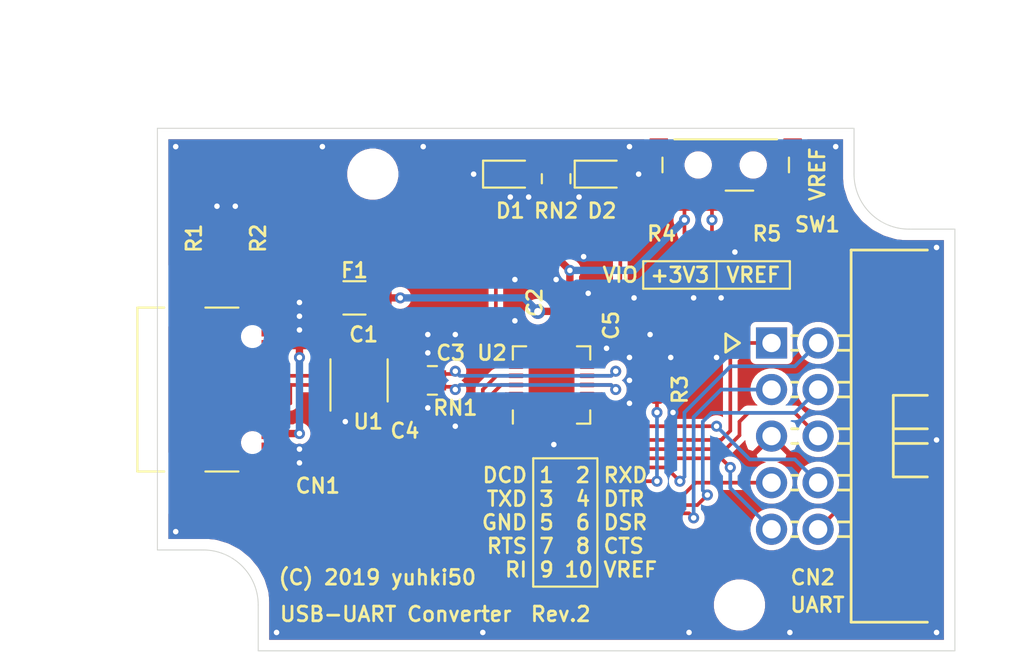
<source format=kicad_pcb>
(kicad_pcb (version 20221018) (generator pcbnew)
  (title_block (title "USB UART") (date "2019-12-30") (rev "2"))
  (layers (0 "F.Cu" signal) (31 "B.Cu" signal) (34 "B.Paste" user) (35 "F.Paste" user) (36 "B.SilkS" user "B.Silkscreen") (37 "F.SilkS" user "F.Silkscreen") (38 "B.Mask" user) (39 "F.Mask" user) (44 "Edge.Cuts" user))
  (net 0 "")
  (net 1 "GND")
  (net 2 "VBUS")
  (net 3 "Net-(C3-Pad1)")
  (net 4 "+3V3")
  (net 5 "Net-(CN1-PadA4)")
  (net 6 "Net-(CN1-PadB5)")
  (net 7 "Net-(CN1-PadA5)")
  (net 8 "RTS")
  (net 9 "DTR")
  (net 10 "TXD")
  (net 11 "RXD")
  (net 12 "Net-(D1-Pad2)")
  (net 13 "Net-(D1-Pad1)")
  (net 14 "Net-(D2-Pad2)")
  (net 15 "Net-(D2-Pad1)")
  (net 16 "VCCIO")
  (net 17 "Net-(CN2-Pad10)")
  (net 18 "RI")
  (net 19 "CTS")
  (net 20 "DSR")
  (net 21 "DCD")
  (net 22 "Net-(C4-Pad1)")
  (net 23 "Net-(R3-Pad2)")
  (net 24 "Net-(RN1-Pad1)")
  (net 25 "Net-(RN1-Pad2)")
  (net 26 "Net-(CN1-PadA8)")
  (net 27 "Net-(CN1-PadB8)")
  (net 28 "Net-(U2-Pad16)")
  (net 29 "Net-(U2-Pad15)")
  (footprint "MountingHole:MountingHole_2.2mm_M2" (layer "F.Cu") (at 121.75 72.5)
    (fp_text reference "H1" hide)
    (fp_text value "MountingHole")
    (pad "" np_thru_hole circle (at 0 0) (size 2.2 2.2) (drill 2.2) (layers "*.Cu" "*.Mask"))
  )
  (footprint "Resistor_SMD:R_Array_Convex_2x0402" (layer "F.Cu") (at 125 83.75 180)
    (fp_text reference "RN1" (at -1.25 -1.5 180) (layer "F.SilkS") (effects (font (size 0.8 0.8))))
    (fp_text value "27")
    (fp_line (start 0.25 -0.78) (end -0.25 -0.78) (stroke (width 0.12)) (layer "F.SilkS"))
    (fp_line (start 0.25 0.78) (end -0.25 0.78) (stroke (width 0.12)) (layer "F.SilkS"))
    (pad "1" smd rect (at -0.5 -0.35 180) (size 0.5 0.4) (layers "F.Cu" "F.Paste" "F.Mask") (net 24 "Net-(RN1-Pad1)"))
    (pad "2" smd rect (at -0.5 0.35 180) (size 0.5 0.4) (layers "F.Cu" "F.Paste" "F.Mask") (net 25 "Net-(RN1-Pad2)"))
    (pad "3" smd rect (at 0.5 0.35 180) (size 0.5 0.4) (layers "F.Cu" "F.Paste" "F.Mask") (net 3 "Net-(C3-Pad1)"))
    (pad "4" smd rect (at 0.5 -0.35 180) (size 0.5 0.4) (layers "F.Cu" "F.Paste" "F.Mask") (net 22 "Net-(C4-Pad1)"))
  )
  (footprint "MountingHole:MountingHole_2.2mm_M2" (layer "F.Cu") (at 141.75 96)
    (fp_text reference "H2" hide)
    (fp_text value "MountingHole")
    (pad "" np_thru_hole circle (at 0 0) (size 2.2 2.2) (drill 2.2) (layers "*.Cu" "*.Mask"))
  )
  (footprint "LED_SMD:LED_0603_1608Metric" (layer "F.Cu") (at 134.25 72.5)
    (fp_text reference "D2" (at 0 2) (layer "F.SilkS") (effects (font (size 0.8 0.8))))
    (fp_text value "LTST-S270KGKT")
    (fp_line (start -1.485 -0.735) (end -1.485 0.735) (stroke (width 0.12)) (layer "F.SilkS"))
    (fp_line (start -1.485 0.735) (end 0.8 0.735) (stroke (width 0.12)) (layer "F.SilkS"))
    (fp_line (start 0.8 -0.735) (end -1.485 -0.735) (stroke (width 0.12)) (layer "F.SilkS"))
    (pad "1" smd roundrect (at -0.7875 0) (size 0.875 0.95) (layers "F.Cu" "F.Paste" "F.Mask") (net 15 "Net-(D2-Pad1)"))
    (pad "2" smd roundrect (at 0.7875 0) (size 0.875 0.95) (layers "F.Cu" "F.Paste" "F.Mask") (net 14 "Net-(D2-Pad2)"))
  )
  (footprint "LED_SMD:LED_0603_1608Metric" (layer "F.Cu") (at 129.25 72.5)
    (fp_text reference "D1" (at 0 2) (layer "F.SilkS") (effects (font (size 0.8 0.8))))
    (fp_text value "LTST-S270KRKT")
    (fp_line (start -1.485 -0.735) (end -1.485 0.735) (stroke (width 0.12)) (layer "F.SilkS"))
    (fp_line (start -1.485 0.735) (end 0.8 0.735) (stroke (width 0.12)) (layer "F.SilkS"))
    (fp_line (start 0.8 -0.735) (end -1.485 -0.735) (stroke (width 0.12)) (layer "F.SilkS"))
    (pad "1" smd roundrect (at -0.7875 0) (size 0.875 0.95) (layers "F.Cu" "F.Paste" "F.Mask") (net 13 "Net-(D1-Pad1)"))
    (pad "2" smd roundrect (at 0.7875 0) (size 0.875 0.95) (layers "F.Cu" "F.Paste" "F.Mask") (net 12 "Net-(D1-Pad2)"))
  )
  (footprint "Capacitor_SMD:C_0402_1005Metric" (layer "F.Cu") (at 123.5 84.75 -90)
    (fp_text reference "C4" (at 1.75 0) (layer "F.SilkS") (effects (font (size 0.8 0.8))))
    (fp_text value "47pF")
    (pad "1" smd roundrect (at -0.485 0 270) (size 0.59 0.64) (layers "F.Cu" "F.Paste" "F.Mask") (net 22 "Net-(C4-Pad1)"))
    (pad "2" smd roundrect (at 0.485 0 270) (size 0.59 0.64) (layers "F.Cu" "F.Paste" "F.Mask") (net 1 "GND"))
  )
  (footprint "Package_DFN_QFN:QFN-20-1EP_4x4mm_P0.5mm_EP2.5x2.5mm" (layer "F.Cu") (at 131.5 84 90)
    (fp_text reference "U2" (at 1.75 -3.25 180) (layer "F.SilkS") (effects (font (size 0.8 0.8))))
    (fp_text value "FT231XQ")
    (fp_line (start -2.11 2.11) (end -2.11 1.385) (stroke (width 0.12)) (layer "F.SilkS"))
    (fp_line (start -1.385 -2.11) (end -2.11 -2.11) (stroke (width 0.12)) (layer "F.SilkS"))
    (fp_line (start -1.385 2.11) (end -2.11 2.11) (stroke (width 0.12)) (layer "F.SilkS"))
    (fp_line (start 1.385 -2.11) (end 2.11 -2.11) (stroke (width 0.12)) (layer "F.SilkS"))
    (fp_line (start 1.385 2.11) (end 2.11 2.11) (stroke (width 0.12)) (layer "F.SilkS"))
    (fp_line (start 2.11 -2.11) (end 2.11 -1.385) (stroke (width 0.12)) (layer "F.SilkS"))
    (fp_line (start 2.11 2.11) (end 2.11 1.385) (stroke (width 0.12)) (layer "F.SilkS"))
    (pad "1" smd roundrect (at -1.9375 -1 90) (size 0.825 0.25) (layers "F.Cu" "F.Paste" "F.Mask") (net 11 "RXD"))
    (pad "2" smd roundrect (at -1.9375 -0.5 90) (size 0.825 0.25) (layers "F.Cu" "F.Paste" "F.Mask") (net 18 "RI"))
    (pad "3" smd roundrect (at -1.9375 0 90) (size 0.825 0.25) (layers "F.Cu" "F.Paste" "F.Mask") (net 1 "GND"))
    (pad "4" smd roundrect (at -1.9375 0.5 90) (size 0.825 0.25) (layers "F.Cu" "F.Paste" "F.Mask") (net 20 "DSR"))
    (pad "5" smd roundrect (at -1.9375 1 90) (size 0.825 0.25) (layers "F.Cu" "F.Paste" "F.Mask") (net 21 "DCD"))
    (pad "6" smd roundrect (at -1 1.9375 90) (size 0.25 0.825) (layers "F.Cu" "F.Paste" "F.Mask") (net 19 "CTS"))
    (pad "7" smd roundrect (at -0.5 1.9375 90) (size 0.25 0.825) (layers "F.Cu" "F.Paste" "F.Mask") (net 15 "Net-(D2-Pad1)"))
    (pad "8" smd roundrect (at 0 1.9375 90) (size 0.25 0.825) (layers "F.Cu" "F.Paste" "F.Mask") (net 24 "Net-(RN1-Pad1)"))
    (pad "9" smd roundrect (at 0.5 1.9375 90) (size 0.25 0.825) (layers "F.Cu" "F.Paste" "F.Mask") (net 25 "Net-(RN1-Pad2)"))
    (pad "10" smd roundrect (at 1 1.9375 90) (size 0.25 0.825) (layers "F.Cu" "F.Paste" "F.Mask") (net 4 "+3V3"))
    (pad "11" smd roundrect (at 1.9375 1 90) (size 0.825 0.25) (layers "F.Cu" "F.Paste" "F.Mask") (net 4 "+3V3"))
    (pad "12" smd roundrect (at 1.9375 0.5 90) (size 0.825 0.25) (layers "F.Cu" "F.Paste" "F.Mask") (net 2 "VBUS"))
    (pad "13" smd roundrect (at 1.9375 0 90) (size 0.825 0.25) (layers "F.Cu" "F.Paste" "F.Mask") (net 1 "GND"))
    (pad "14" smd roundrect (at 1.9375 -0.5 90) (size 0.825 0.25) (layers "F.Cu" "F.Paste" "F.Mask") (net 13 "Net-(D1-Pad1)"))
    (pad "15" smd roundrect (at 1.9375 -1 90) (size 0.825 0.25) (layers "F.Cu" "F.Paste" "F.Mask") (net 29 "Net-(U2-Pad15)"))
    (pad "16" smd roundrect (at 1 -1.9375 90) (size 0.25 0.825) (layers "F.Cu" "F.Paste" "F.Mask") (net 28 "Net-(U2-Pad16)"))
    (pad "17" smd roundrect (at 0.5 -1.9375 90) (size 0.25 0.825) (layers "F.Cu" "F.Paste" "F.Mask") (net 10 "TXD"))
    (pad "18" smd roundrect (at 0 -1.9375 90) (size 0.25 0.825) (layers "F.Cu" "F.Paste" "F.Mask") (net 9 "DTR"))
    (pad "19" smd roundrect (at -0.5 -1.9375 90) (size 0.25 0.825) (layers "F.Cu" "F.Paste" "F.Mask") (net 8 "RTS"))
    (pad "20" smd roundrect (at -1 -1.9375 90) (size 0.25 0.825) (layers "F.Cu" "F.Paste" "F.Mask") (net 16 "VCCIO"))
    (pad "21" smd roundrect (at 0 0 90) (size 2.5 2.5) (layers "F.Cu" "F.Mask") (roundrect_rratio 0.1) (net 1 "GND"))
  )
  (footprint "Capacitor_SMD:C_0402_1005Metric" (layer "F.Cu") (at 123 81.25)
    (fp_text reference "C1" (at -1.75 0 180) (layer "F.SilkS") (effects (font (size 0.8 0.8))))
    (fp_text value "0.1uF")
    (pad "1" smd roundrect (at -0.485 0) (size 0.59 0.64) (layers "F.Cu" "F.Paste" "F.Mask") (net 2 "VBUS"))
    (pad "2" smd roundrect (at 0.485 0) (size 0.59 0.64) (layers "F.Cu" "F.Paste" "F.Mask") (net 1 "GND"))
  )
  (footprint "Capacitor_SMD:C_0402_1005Metric" (layer "F.Cu") (at 123.5 82.75 90)
    (fp_text reference "C3" (at 0.5 2.5) (layer "F.SilkS") (effects (font (size 0.8 0.8))))
    (fp_text value "47pF")
    (pad "1" smd roundrect (at -0.485 0 90) (size 0.59 0.64) (layers "F.Cu" "F.Paste" "F.Mask") (net 3 "Net-(C3-Pad1)"))
    (pad "2" smd roundrect (at 0.485 0 90) (size 0.59 0.64) (layers "F.Cu" "F.Paste" "F.Mask") (net 1 "GND"))
  )
  (footprint "GCT:USB4110-GF-A" (layer "F.Cu") (at 113.75 84.25 -90)
    (fp_text reference "CN1" (at 5.25 -5 180) (layer "F.SilkS") (effects (font (size 0.8 0.8))))
    (fp_text value "USB4110-GF-A")
    (fp_line (start -4.47 -0.67) (end -4.47 1.13) (stroke (width 0.12)) (layer "F.SilkS"))
    (fp_line (start -4.47 4.84) (end -4.47 3.38) (stroke (width 0.12)) (layer "F.SilkS"))
    (fp_line (start 4.47 -0.67) (end 4.47 1.13) (stroke (width 0.12)) (layer "F.SilkS"))
    (fp_line (start 4.47 4.84) (end -4.47 4.84) (stroke (width 0.12)) (layer "F.SilkS"))
    (fp_line (start 4.47 4.84) (end 4.47 3.38) (stroke (width 0.12)) (layer "F.SilkS"))
    (pad "" np_thru_hole circle (at -2.89 -1.435 270) (size 0.65 0.65) (drill 0.65) (layers "*.Cu" "*.Mask"))
    (pad "" np_thru_hole circle (at 2.89 -1.435 270) (size 0.65 0.65) (drill 0.65) (layers "*.Cu" "*.Mask"))
    (pad "A1" smd rect (at -3.2 -2.51 270) (size 0.6 1.15) (layers "F.Cu" "F.Paste" "F.Mask") (net 1 "GND"))
    (pad "A4" smd rect (at -2.4 -2.51 270) (size 0.6 1.15) (layers "F.Cu" "F.Paste" "F.Mask") (net 5 "Net-(CN1-PadA4)"))
    (pad "A5" smd rect (at -1.25 -2.51 90) (size 0.3 1.15) (layers "F.Cu" "F.Paste" "F.Mask") (net 7 "Net-(CN1-PadA5)"))
    (pad "A6" smd rect (at -0.25 -2.51 90) (size 0.3 1.15) (layers "F.Cu" "F.Paste" "F.Mask") (net 22 "Net-(C4-Pad1)"))
    (pad "A7" smd rect (at 0.25 -2.51 90) (size 0.3 1.15) (layers "F.Cu" "F.Paste" "F.Mask") (net 3 "Net-(C3-Pad1)"))
    (pad "A8" smd rect (at 1.25 -2.51 90) (size 0.3 1.15) (layers "F.Cu" "F.Paste" "F.Mask") (net 26 "Net-(CN1-PadA8)"))
    (pad "A9" smd rect (at 2.4 -2.51 270) (size 0.6 1.15) (layers "F.Cu" "F.Paste" "F.Mask") (net 5 "Net-(CN1-PadA4)"))
    (pad "A12" smd rect (at 3.2 -2.51 270) (size 0.6 1.15) (layers "F.Cu" "F.Paste" "F.Mask") (net 1 "GND"))
    (pad "B1" smd rect (at 3.2 -2.51 270) (size 0.6 1.15) (layers "F.Cu" "F.Paste" "F.Mask") (net 1 "GND"))
    (pad "B4" smd rect (at 2.4 -2.51 270) (size 0.6 1.15) (layers "F.Cu" "F.Paste" "F.Mask") (net 5 "Net-(CN1-PadA4)"))
    (pad "B5" smd rect (at 1.75 -2.51 90) (size 0.3 1.15) (layers "F.Cu" "F.Paste" "F.Mask") (net 6 "Net-(CN1-PadB5)"))
    (pad "B6" smd rect (at 0.75 -2.51 90) (size 0.3 1.15) (layers "F.Cu" "F.Paste" "F.Mask") (net 22 "Net-(C4-Pad1)"))
    (pad "B7" smd rect (at -0.75 -2.51 90) (size 0.3 1.15) (layers "F.Cu" "F.Paste" "F.Mask") (net 3 "Net-(C3-Pad1)"))
    (pad "B8" smd rect (at -1.75 -2.51 90) (size 0.3 1.15) (layers "F.Cu" "F.Paste" "F.Mask") (net 27 "Net-(CN1-PadB8)"))
    (pad "B9" smd rect (at -2.4 -2.51 270) (size 0.6 1.15) (layers "F.Cu" "F.Paste" "F.Mask") (net 5 "Net-(CN1-PadA4)"))
    (pad "B12" smd rect (at -3.2 -2.51 270) (size 0.6 1.15) (layers "F.Cu" "F.Paste" "F.Mask") (net 1 "GND"))
    (pad "S1" smd rect (at -5.11 -1.935 270) (size 2.18 2) (layers "F.Cu" "F.Paste" "F.Mask") (net 1 "GND"))
    (pad "S1" smd rect (at -5.11 1.995 270) (size 2.18 2) (layers "F.Cu" "F.Paste" "F.Mask") (net 1 "GND"))
    (pad "S1" smd rect (at 5.11 -1.935 270) (size 2.18 2) (layers "F.Cu" "F.Paste" "F.Mask") (net 1 "GND"))
    (pad "S1" smd rect (at 5.11 1.995 270) (size 2.18 2) (layers "F.Cu" "F.Paste" "F.Mask") (net 1 "GND"))
  )
  (footprint "Resistor_SMD:R_0402_1005Metric" (layer "F.Cu") (at 139.5 76 180)
    (fp_text reference "R4" (at 2 0.25) (layer "F.SilkS") (effects (font (size 0.8 0.8))))
    (fp_text value "DNP")
    (pad "1" smd roundrect (at -0.485 0 180) (size 0.59 0.64) (layers "F.Cu" "F.Paste" "F.Mask") (net 23 "Net-(R3-Pad2)"))
    (pad "2" smd roundrect (at 0.485 0 180) (size 0.59 0.64) (layers "F.Cu" "F.Paste" "F.Mask") (net 4 "+3V3"))
  )
  (footprint "Resistor_SMD:R_0402_1005Metric" (layer "F.Cu") (at 141.5 76)
    (fp_text reference "R5" (at 1.75 -0.25) (layer "F.SilkS") (effects (font (size 0.8 0.8))))
    (fp_text value "DNP")
    (pad "1" smd roundrect (at -0.485 0) (size 0.59 0.64) (layers "F.Cu" "F.Paste" "F.Mask") (net 23 "Net-(R3-Pad2)"))
    (pad "2" smd roundrect (at 0.485 0) (size 0.59 0.64) (layers "F.Cu" "F.Paste" "F.Mask") (net 17 "Net-(CN2-Pad10)"))
  )
  (footprint "3M:30310-5002HB" (layer "F.Cu") (at 143.5 81.71 -90)
    (fp_text reference "CN2" (at 12.79 -2.25) (layer "F.SilkS") (effects (font (size 0.8 0.8))))
    (fp_text value "30310-5002HB")
    (fp_line (start -5.07 -4.34) (end -5.07 -8.5) (stroke (width 0.15)) (layer "F.SilkS"))
    (fp_line (start -0.5 2.5) (end 0 1.75) (stroke (width 0.15)) (layer "F.SilkS"))
    (fp_line (start -0.4 -3.64) (end -0.4 -4.34) (stroke (width 0.15)) (layer "F.SilkS"))
    (fp_line (start -0.4 -1.1) (end -0.4 -1.44) (stroke (width 0.15)) (layer "F.SilkS"))
    (fp_line (start 0 1.75) (end 0.5 2.5) (stroke (width 0.15)) (layer "F.SilkS"))
    (fp_line (start 0.4 -3.64) (end 0.4 -4.34) (stroke (width 0.15)) (layer "F.SilkS"))
    (fp_line (start 0.4 -1.1) (end 0.4 -1.44) (stroke (width 0.15)) (layer "F.SilkS"))
    (fp_line (start 0.5 2.5) (end -0.5 2.5) (stroke (width 0.15)) (layer "F.SilkS"))
    (fp_line (start 2.14 -3.64) (end 2.14 -4.34) (stroke (width 0.15)) (layer "F.SilkS"))
    (fp_line (start 2.14 -1.1) (end 2.14 -1.44) (stroke (width 0.15)) (layer "F.SilkS"))
    (fp_line (start 2.855 -8.5) (end 2.855 -6.64) (stroke (width 0.15)) (layer "F.SilkS"))
    (fp_line (start 2.855 -6.64) (end 7.305 -6.64) (stroke (width 0.15)) (layer "F.SilkS"))
    (fp_line (start 2.94 -3.64) (end 2.94 -4.34) (stroke (width 0.15)) (layer "F.SilkS"))
    (fp_line (start 2.94 -1.1) (end 2.94 -1.44) (stroke (width 0.15)) (layer "F.SilkS"))
    (fp_line (start 4.68 -6.64) (end 4.68 -8.5) (stroke (width 0.15)) (layer "F.SilkS"))
    (fp_line (start 4.68 -3.64) (end 4.68 -4.34) (stroke (width 0.15)) (layer "F.SilkS"))
    (fp_line (start 4.68 -1.1) (end 4.68 -1.44) (stroke (width 0.15)) (layer "F.SilkS"))
    (fp_line (start 5.48 -8.5) (end 5.48 -6.64) (stroke (width 0.15)) (layer "F.SilkS"))
    (fp_line (start 5.48 -3.64) (end 5.48 -4.34) (stroke (width 0.15)) (layer "F.SilkS"))
    (fp_line (start 5.48 -1.1) (end 5.48 -1.44) (stroke (width 0.15)) (layer "F.SilkS"))
    (fp_line (start 7.22 -3.64) (end 7.22 -4.34) (stroke (width 0.15)) (layer "F.SilkS"))
    (fp_line (start 7.22 -1.1) (end 7.22 -1.44) (stroke (width 0.15)) (layer "F.SilkS"))
    (fp_line (start 7.305 -6.64) (end 7.305 -8.5) (stroke (width 0.15)) (layer "F.SilkS"))
    (fp_line (start 8.02 -3.64) (end 8.02 -4.34) (stroke (width 0.15)) (layer "F.SilkS"))
    (fp_line (start 8.02 -1.1) (end 8.02 -1.44) (stroke (width 0.15)) (layer "F.SilkS"))
    (fp_line (start 9.76 -3.64) (end 9.76 -4.34) (stroke (width 0.15)) (layer "F.SilkS"))
    (fp_line (start 9.76 -1.1) (end 9.76 -1.44) (stroke (width 0.15)) (layer "F.SilkS"))
    (fp_line (start 10.56 -3.64) (end 10.56 -4.34) (stroke (width 0.15)) (layer "F.SilkS"))
    (fp_line (start 10.56 -1.1) (end 10.56 -1.44) (stroke (width 0.15)) (layer "F.SilkS"))
    (fp_line (start 15.23 -8.5) (end 15.23 -4.34) (stroke (width 0.15)) (layer "F.SilkS"))
    (fp_line (start 15.23 -4.34) (end -5.07 -4.34) (stroke (width 0.15)) (layer "F.SilkS"))
    (pad "1" thru_hole rect (at 0 0 270) (size 1.7 1.7) (drill 1) (layers "*.Cu" "*.Mask") (net 21 "DCD"))
    (pad "2" thru_hole circle (at 0 -2.54 270) (size 1.7 1.7) (drill 1) (layers "*.Cu" "*.Mask") (net 11 "RXD"))
    (pad "3" thru_hole circle (at 2.54 0 270) (size 1.7 1.7) (drill 1) (layers "*.Cu" "*.Mask") (net 10 "TXD"))
    (pad "4" thru_hole circle (at 2.54 -2.54 270) (size 1.7 1.7) (drill 1) (layers "*.Cu" "*.Mask") (net 9 "DTR"))
    (pad "5" thru_hole circle (at 5.08 0 270) (size 1.7 1.7) (drill 1) (layers "*.Cu" "*.Mask") (net 1 "GND"))
    (pad "6" thru_hole circle (at 5.08 -2.54 270) (size 1.7 1.7) (drill 1) (layers "*.Cu" "*.Mask") (net 20 "DSR"))
    (pad "7" thru_hole circle (at 7.62 0 270) (size 1.7 1.7) (drill 1) (layers "*.Cu" "*.Mask") (net 8 "RTS"))
    (pad "8" thru_hole circle (at 7.62 -2.54 270) (size 1.7 1.7) (drill 1) (layers "*.Cu" "*.Mask") (net 19 "CTS"))
    (pad "9" thru_hole circle (at 10.16 0 270) (size 1.7 1.7) (drill 1) (layers "*.Cu" "*.Mask") (net 18 "RI"))
    (pad "10" thru_hole circle (at 10.16 -2.54 270) (size 1.7 1.7) (drill 1) (layers "*.Cu" "*.Mask") (net 17 "Net-(CN2-Pad10)"))
  )
  (footprint "NidecCopal:CUS-12B" (layer "F.Cu") (at 141 72 180)
    (fp_text reference "SW1" (at -5 -3.25) (layer "F.SilkS") (effects (font (size 0.8 0.8))))
    (fp_text value "CUS-12B")
    (fp_line (start -3.45 0.4) (end -3.45 -0.4) (stroke (width 0.12)) (layer "F.SilkS"))
    (fp_line (start -2.8 1.4) (end 2.8 1.4) (stroke (width 0.12)) (layer "F.SilkS"))
    (fp_line (start -1.5 -1.4) (end 0 -1.4) (stroke (width 0.12)) (layer "F.SilkS"))
    (fp_line (start 3.45 0.4) (end 3.45 -0.4) (stroke (width 0.12)) (layer "F.SilkS"))
    (pad "" np_thru_hole circle (at -1.5 0 180) (size 0.9 0.9) (drill 0.9) (layers "*.Cu" "*.Mask"))
    (pad "" np_thru_hole circle (at 1.5 0 180) (size 0.9 0.9) (drill 0.9) (layers "*.Cu" "*.Mask"))
    (pad "1" smd rect (at -2.25 -1.75 180) (size 0.7 1.5) (layers "F.Cu" "F.Paste" "F.Mask") (net 17 "Net-(CN2-Pad10)"))
    (pad "2" smd rect (at 0.75 -1.75 180) (size 0.7 1.5) (layers "F.Cu" "F.Paste" "F.Mask") (net 23 "Net-(R3-Pad2)"))
    (pad "3" smd rect (at 2.25 -1.75 180) (size 0.7 1.5) (layers "F.Cu" "F.Paste" "F.Mask") (net 4 "+3V3"))
    (pad "S" smd rect (at -3.65 -1.05 180) (size 1 0.8) (layers "F.Cu" "F.Paste" "F.Mask"))
    (pad "S" smd rect (at -3.65 1.05 180) (size 1 0.8) (layers "F.Cu" "F.Paste" "F.Mask"))
    (pad "S" smd rect (at 3.65 -1.05 180) (size 1 0.8) (layers "F.Cu" "F.Paste" "F.Mask"))
    (pad "S" smd rect (at 3.65 1.05 180) (size 1 0.8) (layers "F.Cu" "F.Paste" "F.Mask"))
  )
  (footprint "Resistor_SMD:R_0402_1005Metric" (layer "F.Cu") (at 137.25 84.25 90)
    (fp_text reference "R3" (at 0 1.25 90) (layer "F.SilkS") (effects (font (size 0.8 0.8))))
    (fp_text value "0")
    (pad "1" smd roundrect (at -0.485 0 90) (size 0.59 0.64) (layers "F.Cu" "F.Paste" "F.Mask") (net 16 "VCCIO"))
    (pad "2" smd roundrect (at 0.485 0 90) (size 0.59 0.64) (layers "F.Cu" "F.Paste" "F.Mask") (net 23 "Net-(R3-Pad2)"))
  )
  (footprint "Fuse:Fuse_1206_3216Metric" (layer "F.Cu") (at 120.75 79.25 180)
    (fp_text reference "F1" (at 0 1.5) (layer "F.SilkS") (effects (font (size 0.8 0.8))))
    (fp_text value "0ZCJ0050FF2G")
    (fp_line (start -0.602064 -0.91) (end 0.602064 -0.91) (stroke (width 0.12)) (layer "F.SilkS"))
    (fp_line (start -0.602064 0.91) (end 0.602064 0.91) (stroke (width 0.12)) (layer "F.SilkS"))
    (pad "1" smd roundrect (at -1.4 0 180) (size 1.25 1.75) (layers "F.Cu" "F.Paste" "F.Mask") (roundrect_rratio 0.2) (net 2 "VBUS"))
    (pad "2" smd roundrect (at 1.4 0 180) (size 1.25 1.75) (layers "F.Cu" "F.Paste" "F.Mask") (roundrect_rratio 0.2) (net 5 "Net-(CN1-PadA4)"))
  )
  (footprint "Capacitor_SMD:C_0402_1005Metric" (layer "F.Cu") (at 133.5 80.75 -90)
    (fp_text reference "C5" (at 0 -1.25 90) (layer "F.SilkS") (effects (font (size 0.8 0.8))))
    (fp_text value "0.1uF")
    (pad "1" smd roundrect (at -0.485 0 270) (size 0.59 0.64) (layers "F.Cu" "F.Paste" "F.Mask") (net 1 "GND"))
    (pad "2" smd roundrect (at 0.485 0 270) (size 0.59 0.64) (layers "F.Cu" "F.Paste" "F.Mask") (net 4 "+3V3"))
  )
  (footprint "Capacitor_SMD:C_0402_1005Metric" (layer "F.Cu") (at 131.75 79.5 90)
    (fp_text reference "C2" (at 0 -1.17 90) (layer "F.SilkS") (effects (font (size 0.8 0.8))))
    (fp_text value "0.1uF")
    (pad "1" smd roundrect (at -0.485 0 90) (size 0.59 0.64) (layers "F.Cu" "F.Paste" "F.Mask") (net 2 "VBUS"))
    (pad "2" smd roundrect (at 0.485 0 90) (size 0.59 0.64) (layers "F.Cu" "F.Paste" "F.Mask") (net 1 "GND"))
  )
  (footprint "Nexperia:SOT-143B" (layer "F.Cu") (at 121 83.75 90)
    (fp_text reference "U1" (at -2.25 0.5 180) (layer "F.SilkS") (effects (font (size 0.8 0.8))))
    (fp_text value "PRTR5V0U2X")
    (fp_line (start -1.15 1.56) (end 1.15 1.56) (stroke (width 0.12)) (layer "F.SilkS"))
    (fp_line (start 1.15 -1.56) (end -1.65 -1.56) (stroke (width 0.12)) (layer "F.SilkS"))
    (pad "1" smd rect (at -1 -0.75 90) (size 0.7 1) (layers "F.Cu" "F.Paste" "F.Mask") (net 1 "GND"))
    (pad "2" smd rect (at -1 0.95 90) (size 0.7 0.6) (layers "F.Cu" "F.Paste" "F.Mask") (net 22 "Net-(C4-Pad1)"))
    (pad "3" smd rect (at 1 0.95 90) (size 0.7 0.6) (layers "F.Cu" "F.Paste" "F.Mask") (net 3 "Net-(C3-Pad1)"))
    (pad "4" smd rect (at 1 -0.95 90) (size 0.7 0.6) (layers "F.Cu" "F.Paste" "F.Mask") (net 2 "VBUS"))
  )
  (footprint "Resistor_SMD:R_Array_Convex_2x0402" (layer "F.Cu") (at 131.75 72.75 -90)
    (fp_text reference "RN2" (at 1.75 0 180) (layer "F.SilkS") (effects (font (size 0.8 0.8))))
    (fp_text value "1k")
    (fp_line (start 0.25 -0.78) (end -0.25 -0.78) (stroke (width 0.12)) (layer "F.SilkS"))
    (fp_line (start 0.25 0.78) (end -0.25 0.78) (stroke (width 0.12)) (layer "F.SilkS"))
    (pad "1" smd rect (at -0.5 -0.35 270) (size 0.5 0.4) (layers "F.Cu" "F.Paste" "F.Mask") (net 14 "Net-(D2-Pad2)"))
    (pad "2" smd rect (at -0.5 0.35 270) (size 0.5 0.4) (layers "F.Cu" "F.Paste" "F.Mask") (net 12 "Net-(D1-Pad2)"))
    (pad "3" smd rect (at 0.5 0.35 270) (size 0.5 0.4) (layers "F.Cu" "F.Paste" "F.Mask") (net 4 "+3V3"))
    (pad "4" smd rect (at 0.5 -0.35 270) (size 0.5 0.4) (layers "F.Cu" "F.Paste" "F.Mask") (net 4 "+3V3"))
  )
  (footprint "Resistor_SMD:R_0402_1005Metric" (layer "F.Cu") (at 114.25 76 -90)
    (fp_text reference "R2" (at 0 -1.25 90) (layer "F.SilkS") (effects (font (size 0.8 0.8))))
    (fp_text value "5.1k")
    (pad "1" smd roundrect (at -0.485 0 270) (size 0.59 0.64) (layers "F.Cu" "F.Paste" "F.Mask") (net 1 "GND"))
    (pad "2" smd roundrect (at 0.485 0 270) (size 0.59 0.64) (layers "F.Cu" "F.Paste" "F.Mask") (net 7 "Net-(CN1-PadA5)"))
  )
  (footprint "Resistor_SMD:R_0402_1005Metric" (layer "F.Cu") (at 113.25 76 -90)
    (fp_text reference "R1" (at 0 1.25 90) (layer "F.SilkS") (effects (font (size 0.8 0.8))))
    (fp_text value "5.1k")
    (pad "1" smd roundrect (at -0.485 0 270) (size 0.59 0.64) (layers "F.Cu" "F.Paste" "F.Mask") (net 1 "GND"))
    (pad "2" smd roundrect (at 0.485 0 270) (size 0.59 0.64) (layers "F.Cu" "F.Paste" "F.Mask") (net 6 "Net-(CN1-PadB5)"))
  )
  (gr_line (start 130.5 95) (end 130.5 88) (stroke (width 0.12)) (layer "F.SilkS"))
  (gr_line (start 134 95) (end 134 88) (stroke (width 0.12)) (layer "F.SilkS"))
  (gr_line (start 130.5 95) (end 134 95) (stroke (width 0.12)) (layer "F.SilkS"))
  (gr_line (start 134 88) (end 130.5 88) (stroke (width 0.12)) (layer "F.SilkS"))
  (gr_line (start 136.5 77.25) (end 144.5 77.25) (stroke (width 0.12)) (layer "F.SilkS"))
  (gr_line (start 136.5 78.75) (end 144.5 78.75) (stroke (width 0.12)) (layer "F.SilkS"))
  (gr_line (start 136.5 77.25) (end 136.5 78.75) (stroke (width 0.12)) (layer "F.SilkS"))
  (gr_line (start 144.5 77.25) (end 144.5 78.75) (stroke (width 0.12)) (layer "F.SilkS"))
  (gr_line (start 140.5 77.25) (end 140.5 78.75) (stroke (width 0.12)) (layer "F.SilkS"))
  (gr_line (start 115.5 98.5) (end 115.5 96) (stroke (width 0.05)) (layer "Edge.Cuts"))
  (gr_line (start 112.5 93) (end 110 93) (stroke (width 0.05)) (layer "Edge.Cuts"))
  (gr_line (start 151 75.5) (end 153.5 75.5) (stroke (width 0.05)) (layer "Edge.Cuts"))
  (gr_line (start 148 70) (end 148 72.5) (stroke (width 0.05)) (layer "Edge.Cuts"))
  (gr_arc (start 151 75.5) (mid 148.87868 74.62132) (end 148 72.5) (stroke (width 0.05)) (layer "Edge.Cuts"))
  (gr_line (start 110 70) (end 148 70) (stroke (width 0.05)) (layer "Edge.Cuts"))
  (gr_arc (start 112.5 93) (mid 114.62132 93.87868) (end 115.5 96) (stroke (width 0.05)) (layer "Edge.Cuts"))
  (gr_line (start 110 93) (end 110 70) (stroke (width 0.05)) (layer "Edge.Cuts"))
  (gr_line (start 153.5 75.5) (end 153.5 98.5) (stroke (width 0.05)) (layer "Edge.Cuts"))
  (gr_line (start 153.5 98.5) (end 115.5 98.5) (stroke (width 0.05)) (layer "Edge.Cuts"))
  (gr_text "DCD\nTXD\nGND\nRTS\nRI" (at 130.25 91.5) (layer "F.SilkS") (effects (font (size 0.8 0.8)) (justify right)))
  (gr_text "(C) 2019 yuhki50" (at 122 94.5) (layer "F.SilkS") (effects (font (size 0.8 0.8))))
  (gr_text "USB-UART Converter" (at 123 96.5) (layer "F.SilkS") (effects (font (size 0.8 0.8))))
  (gr_text "Rev.2" (at 132 96.5) (layer "F.SilkS") (effects (font (size 0.8 0.8))))
  (gr_text "UART" (at 146 96) (layer "F.SilkS") (effects (font (size 0.8 0.8))))
  (gr_text "RXD\nDTR\nDSR\nCTS\nVREF" (at 134.25 91.5) (layer "F.SilkS") (effects (font (size 0.8 0.8)) (justify left)))
  (gr_text "1  2\n3  4\n5  6\n7  8\n9 10" (at 130.75 91.5) (layer "F.SilkS") (effects (font (size 0.8 0.8)) (justify left)))
  (gr_text "VIO" (at 135.25 78) (layer "F.SilkS") (effects (font (size 0.8 0.8))))
  (gr_text "+3V3" (at 138.5 78) (layer "F.SilkS") (effects (font (size 0.8 0.8))))
  (gr_text "VREF" (at 142.5 78) (layer "F.SilkS") (effects (font (size 0.8 0.8))))
  (gr_text "VREF" (at 146 72.5 90) (layer "F.SilkS") (effects (font (size 0.8 0.8))))
  (via (at 133.25 77) (size 0.6) (drill 0.3) (layers "F.Cu" "B.Cu") (net 1))
  (via (at 124.75 85.25) (size 0.6) (drill 0.3) (layers "F.Cu" "B.Cu") (net 1))
  (via (at 124.75 82.25) (size 0.6) (drill 0.3) (layers "F.Cu" "B.Cu") (net 1))
  (via (at 117.75 81) (size 0.6) (drill 0.3) (layers "F.Cu" "B.Cu") (net 1))
  (via (at 117.75 87.5) (size 0.6) (drill 0.3) (layers "F.Cu" "B.Cu") (net 1))
  (via (at 124.75 81.25) (size 0.6) (drill 0.3) (layers "F.Cu" "B.Cu") (net 1))
  (via (at 111 71) (size 0.6) (drill 0.3) (layers "F.Cu" "B.Cu") (net 1))
  (via (at 111 92) (size 0.6) (drill 0.3) (layers "F.Cu" "B.Cu") (net 1))
  (via (at 116.5 97.5) (size 0.6) (drill 0.3) (layers "F.Cu" "B.Cu") (net 1))
  (via (at 152.5 97.5) (size 0.6) (drill 0.3) (layers "F.Cu" "B.Cu") (net 1))
  (via (at 152.5 76.5) (size 0.6) (drill 0.3) (layers "F.Cu" "B.Cu") (net 1))
  (via (at 147 71) (size 0.6) (drill 0.3) (layers "F.Cu" "B.Cu") (net 1))
  (via (at 113.25 74.25) (size 0.6) (drill 0.3) (layers "F.Cu" "B.Cu") (net 1))
  (via (at 114.25 74.25) (size 0.6) (drill 0.3) (layers "F.Cu" "B.Cu") (net 1))
  (via (at 120.25 86) (size 0.6) (drill 0.3) (layers "F.Cu" "B.Cu") (net 1))
  (via (at 141.5 76.75) (size 0.6) (drill 0.3) (layers "F.Cu" "B.Cu") (net 1))
  (via (at 139.25 79.25) (size 0.6) (drill 0.3) (layers "F.Cu" "B.Cu") (net 1))
  (via (at 136 79.25) (size 0.6) (drill 0.3) (layers "F.Cu" "B.Cu") (net 1))
  (via (at 140.75 79.25) (size 0.6) (drill 0.3) (layers "F.Cu" "B.Cu") (net 1))
  (via (at 138 82.5) (size 0.6) (drill 0.3) (layers "F.Cu" "B.Cu") (net 1))
  (via (at 131.625 87.25) (size 0.6) (drill 0.3) (layers "F.Cu" "B.Cu") (net 1))
  (via (at 129.5 78.25) (size 0.6) (drill 0.3) (layers "F.Cu" "B.Cu") (net 1))
  (via (at 127.75 97.5) (size 0.6) (drill 0.3) (layers "F.Cu" "B.Cu") (net 1))
  (via (at 139 97.5) (size 0.6) (drill 0.3) (layers "F.Cu" "B.Cu") (net 1))
  (via (at 144.5 97.5) (size 0.6) (drill 0.3) (layers "F.Cu" "B.Cu") (net 1))
  (via (at 119 71) (size 0.6) (drill 0.3) (layers "F.Cu" "B.Cu") (net 1))
  (via (at 124.5 71) (size 0.6) (drill 0.3) (layers "F.Cu" "B.Cu") (net 1))
  (via (at 152.5 87) (size 0.6) (drill 0.3) (layers "F.Cu" "B.Cu") (net 1))
  (via (at 135.75 85) (size 0.6) (drill 0.3) (layers "F.Cu" "B.Cu") (net 1))
  (via (at 133.5 79) (size 0.6) (drill 0.3) (layers "F.Cu" "B.Cu") (net 1))
  (via (at 135.75 83.75) (size 0.6) (drill 0.3) (layers "F.Cu" "B.Cu") (net 1))
  (via (at 135.75 82.5) (size 0.6) (drill 0.3) (layers "F.Cu" "B.Cu") (net 1))
  (via (at 134.5 82) (size 0.6) (drill 0.3) (layers "F.Cu" "B.Cu") (net 1))
  (via (at 131.75 78.25) (size 0.6) (drill 0.3) (layers "F.Cu" "B.Cu") (net 1))
  (via (at 129.5 80.5) (size 0.6) (drill 0.3) (layers "F.Cu" "B.Cu") (net 1))
  (via (at 129.25 73.75) (size 0.6) (drill 0.3) (layers "F.Cu" "B.Cu") (net 1))
  (via (at 130.25 73.75) (size 0.6) (drill 0.3) (layers "F.Cu" "B.Cu") (net 1))
  (via (at 133 73.75) (size 0.6) (drill 0.3) (layers "F.Cu" "B.Cu") (net 1))
  (via (at 127.25 72.5) (size 0.6) (drill 0.3) (layers "F.Cu" "B.Cu") (net 1))
  (via (at 136.25 72.5) (size 0.6) (drill 0.3) (layers "F.Cu" "B.Cu") (net 1))
  (via (at 135.75 71) (size 0.6) (drill 0.3) (layers "F.Cu" "B.Cu") (net 1))
  (via (at 138.125 85.5) (size 0.6) (drill 0.3) (layers "F.Cu" "B.Cu") (net 1))
  (via (at 140.5 82.5) (size 0.6) (drill 0.3) (layers "F.Cu" "B.Cu") (net 1))
  (via (at 126.25 81.25) (size 0.6) (drill 0.3) (layers "F.Cu" "B.Cu") (net 1))
  (via (at 126.25 86.25) (size 0.6) (drill 0.3) (layers "F.Cu" "B.Cu") (net 1))
  (via (at 117.75 80.25) (size 0.6) (drill 0.3) (layers "F.Cu" "B.Cu") (net 1))
  (via (at 117.75 88.25) (size 0.6) (drill 0.3) (layers "F.Cu" "B.Cu") (net 1))
  (via (at 136.875 81.25) (size 0.6) (drill 0.3) (layers "F.Cu" "B.Cu") (net 1))
  (via (at 117.75 79.5) (size 0.6) (drill 0.3) (layers "F.Cu" "B.Cu") (net 1))
  (segment (start 131.75 79.985) (end 130.765 79.985) (width 0.4) (layer "F.Cu") (net 2))
  (segment (start 130.765 79.985) (end 130.75 80) (width 0.2) (layer "F.Cu") (net 2))
  (segment (start 131.75 80.5) (end 132 80.75) (width 0.2) (layer "F.Cu") (net 2))
  (segment (start 131.75 79.985) (end 131.75 80.5) (width 0.2) (layer "F.Cu") (net 2))
  (segment (start 122.15 79.25) (end 123.25 79.25) (width 0.4) (layer "F.Cu") (net 2))
  (segment (start 132 80.75) (end 132 82.0625) (width 0.2) (layer "F.Cu") (net 2))
  (via (at 130.75 80) (size 0.8) (drill 0.4) (layers "F.Cu" "B.Cu") (net 2))
  (via (at 123.25 79.25) (size 0.6) (drill 0.3) (layers "F.Cu" "B.Cu") (net 2))
  (segment (start 130 79.25) (end 123.25 79.25) (width 0.4) (layer "B.Cu") (net 2))
  (segment (start 130.75 80) (end 130 79.25) (width 0.4) (layer "B.Cu") (net 2))
  (segment (start 123.665 83.4) (end 123.5 83.235) (width 0.2) (layer "F.Cu") (net 3))
  (segment (start 123.5 83.235) (end 123.235 83.5) (width 0.2) (layer "F.Cu") (net 3))
  (segment (start 115.25 83.5) (end 115.25 84.5) (width 0.2) (layer "F.Cu") (net 3))
  (segment (start 121.95 83.5) (end 115.25 83.5) (width 0.2) (layer "F.Cu") (net 3))
  (segment (start 123.235 83.5) (end 121.95 83.5) (width 0.2) (layer "F.Cu") (net 3))
  (segment (start 124.5 83.4) (end 123.665 83.4) (width 0.2) (layer "F.Cu") (net 3))
  (segment (start 115.25 84.5) (end 116.76 84.5) (width 0.2) (layer "F.Cu") (net 3))
  (segment (start 121.95 82.75) (end 121.95 83.5) (width 0.2) (layer "F.Cu") (net 3))
  (segment (start 138.75 75.735) (end 139.015 76) (width 0.2) (layer "F.Cu") (net 4))
  (segment (start 131.4 73.25) (end 131.75 73.25) (width 0.2) (layer "F.Cu") (net 4))
  (segment (start 131.75 77) (end 132.5 77.75) (width 0.4) (layer "F.Cu") (net 4))
  (segment (start 133.5 83) (end 133.4375 83) (width 0.2) (layer "F.Cu") (net 4))
  (segment (start 138.75 75) (end 138.75 75.735) (width 0.2) (layer "F.Cu") (net 4))
  (segment (start 131.75 73.25) (end 132.1 73.25) (width 0.2) (layer "F.Cu") (net 4))
  (segment (start 133.5 81.235) (end 132.5 81.235) (width 0.4) (layer "F.Cu") (net 4))
  (segment (start 132.5 82.0625) (end 132.5 81.235) (width 0.2) (layer "F.Cu") (net 4))
  (segment (start 131.75 77) (end 131.75 73.25) (width 0.4) (layer "F.Cu") (net 4))
  (segment (start 138.75 73.75) (end 138.75 75) (width 0.2) (layer "F.Cu") (net 4))
  (segment (start 133.5 81.235) (end 133.5 83) (width 0.2) (layer "F.Cu") (net 4))
  (segment (start 132.5 81.235) (end 132.5 77.75) (width 0.4) (layer "F.Cu") (net 4))
  (via (at 132.5 77.75) (size 0.6) (drill 0.3) (layers "F.Cu" "B.Cu") (net 4))
  (via (at 138.75 75) (size 0.6) (drill 0.3) (layers "F.Cu" "B.Cu") (net 4))
  (segment (start 136 77.75) (end 132.5 77.75) (width 0.4) (layer "B.Cu") (net 4))
  (segment (start 138.75 75) (end 136 77.75) (width 0.4) (layer "B.Cu") (net 4))
  (segment (start 116.76 86.65) (end 117.75 86.65) (width 0.4) (layer "F.Cu") (net 5))
  (segment (start 117.75 82.5) (end 117.75 81.85) (width 0.4) (layer "F.Cu") (net 5))
  (segment (start 118.3 81.85) (end 119.35 80.8) (width 0.4) (layer "F.Cu") (net 5))
  (segment (start 117.75 81.85) (end 118.3 81.85) (width 0.4) (layer "F.Cu") (net 5))
  (segment (start 117.75 81.85) (end 116.26 81.85) (width 0.4) (layer "F.Cu") (net 5))
  (segment (start 119.35 80.8) (end 119.35 79.25) (width 0.4) (layer "F.Cu") (net 5))
  (via (at 117.75 86.65) (size 0.6) (drill 0.3) (layers "F.Cu" "B.Cu") (net 5))
  (via (at 117.75 82.5) (size 0.6) (drill 0.3) (layers "F.Cu" "B.Cu") (net 5))
  (segment (start 117.75 86.65) (end 117.75 82.5) (width 0.4) (layer "B.Cu") (net 5))
  (segment (start 113.5 84.25) (end 115.25 86) (width 0.2) (layer "F.Cu") (net 6))
  (segment (start 113.5 77.5) (end 113.5 84.25) (width 0.2) (layer "F.Cu") (net 6))
  (segment (start 115.25 86) (end 116.76 86) (width 0.2) (layer "F.Cu") (net 6))
  (segment (start 113.25 76.485) (end 113.25 77.25) (width 0.2) (layer "F.Cu") (net 6))
  (segment (start 113.25 77.25) (end 113.5 77.5) (width 0.2) (layer "F.Cu") (net 6))
  (segment (start 114 77.5) (end 114 81.75) (width 0.2) (layer "F.Cu") (net 7))
  (segment (start 115.25 83) (end 116.76 83) (width 0.2) (layer "F.Cu") (net 7))
  (segment (start 114 81.75) (end 115.25 83) (width 0.2) (layer "F.Cu") (net 7))
  (segment (start 114.25 76.485) (end 114.25 77.25) (width 0.2) (layer "F.Cu") (net 7))
  (segment (start 114.25 77.25) (end 114 77.5) (width 0.2) (layer "F.Cu") (net 7))
  (segment (start 129 84.5) (end 128.75 84.75) (width 0.2) (layer "F.Cu") (net 8))
  (segment (start 139.35896 89.33) (end 143.5 89.33) (width 0.2) (layer "F.Cu") (net 8))
  (segment (start 128.75 87.5) (end 131.25 90) (width 0.2) (layer "F.Cu") (net 8))
  (segment (start 128.75 84.75) (end 128.75 87.5) (width 0.2) (layer "F.Cu") (net 8))
  (segment (start 129.5625 84.5) (end 129 84.5) (width 0.2) (layer "F.Cu") (net 8))
  (segment (start 138.68896 90) (end 139.35896 89.33) (width 0.2) (layer "F.Cu") (net 8))
  (segment (start 131.25 90) (end 138.68896 90) (width 0.2) (layer "F.Cu") (net 8))
  (segment (start 129.5625 84) (end 128.75 84) (width 0.2) (layer "F.Cu") (net 9))
  (segment (start 128.75 84) (end 128.25 84.5) (width 0.2) (layer "F.Cu") (net 9))
  (segment (start 128.25 87.75) (end 131.049999 90.549999) (width 0.2) (layer "F.Cu") (net 9))
  (segment (start 128.25 84.5) (end 128.25 87.75) (width 0.2) (layer "F.Cu") (net 9))
  (segment (start 131.049999 90.549999) (end 139.450001 90.549999) (width 0.2) (layer "F.Cu") (net 9))
  (segment (start 139.450001 90.549999) (end 140 90) (width 0.2) (layer "F.Cu") (net 9))
  (via (at 140 90) (size 0.6) (drill 0.3) (layers "F.Cu" "B.Cu") (net 9))
  (segment (start 146.04 84.25) (end 144.77 85.52) (width 0.2) (layer "B.Cu") (net 9))
  (segment (start 144.77 85.52) (end 140.23 85.52) (width 0.2) (layer "B.Cu") (net 9))
  (segment (start 139.75 89.75) (end 140 90) (width 0.2) (layer "B.Cu") (net 9))
  (segment (start 139.75 86) (end 139.75 89.75) (width 0.2) (layer "B.Cu") (net 9))
  (segment (start 140.23 85.52) (end 139.75 86) (width 0.2) (layer "B.Cu") (net 9))
  (segment (start 129.5625 83.5) (end 128.5 83.5) (width 0.2) (layer "F.Cu") (net 10))
  (segment (start 127.75 84.25) (end 127.75 88) (width 0.2) (layer "F.Cu") (net 10))
  (segment (start 139 91) (end 139.25 91.25) (width 0.2) (layer "F.Cu") (net 10))
  (segment (start 130.75 91) (end 139 91) (width 0.2) (layer "F.Cu") (net 10))
  (segment (start 127.75 88) (end 130.75 91) (width 0.2) (layer "F.Cu") (net 10))
  (segment (start 128.5 83.5) (end 127.75 84.25) (width 0.2) (layer "F.Cu") (net 10))
  (via (at 139.25 91.25) (size 0.6) (drill 0.3) (layers "F.Cu" "B.Cu") (net 10))
  (segment (start 143.5 84.25) (end 140.75 84.25) (width 0.2) (layer "B.Cu") (net 10))
  (segment (start 139.25 85.75) (end 139.25 91.25) (width 0.2) (layer "B.Cu") (net 10))
  (segment (start 140.75 84.25) (end 139.25 85.75) (width 0.2) (layer "B.Cu") (net 10))
  (segment (start 137.75 88.5) (end 138.5 89.25) (width 0.2) (layer "F.Cu") (net 11))
  (segment (start 130.5 87.75) (end 131.25 88.5) (width 0.2) (layer "F.Cu") (net 11))
  (segment (start 131.25 88.5) (end 137.75 88.5) (width 0.2) (layer "F.Cu") (net 11))
  (segment (start 130.5 85.9375) (end 130.5 87.75) (width 0.2) (layer "F.Cu") (net 11))
  (via (at 138.5 89.25) (size 0.6) (drill 0.3) (layers "F.Cu" "B.Cu") (net 11))
  (segment (start 141.27 82.98) (end 138.75 85.5) (width 0.2) (layer "B.Cu") (net 11))
  (segment (start 144.77 82.98) (end 141.27 82.98) (width 0.2) (layer "B.Cu") (net 11))
  (segment (start 146.04 81.71) (end 144.77 82.98) (width 0.2) (layer "B.Cu") (net 11))
  (segment (start 138.75 89) (end 138.5 89.25) (width 0.2) (layer "B.Cu") (net 11))
  (segment (start 138.75 85.5) (end 138.75 89) (width 0.2) (layer "B.Cu") (net 11))
  (segment (start 130.625 72.5) (end 130.875 72.25) (width 0.2) (layer "F.Cu") (net 12))
  (segment (start 130.0375 72.5) (end 130.625 72.5) (width 0.2) (layer "F.Cu") (net 12))
  (segment (start 130.875 72.25) (end 131.4 72.25) (width 0.2) (layer "F.Cu") (net 12))
  (segment (start 128.4625 80.4625) (end 128.4625 72.5) (width 0.2) (layer "F.Cu") (net 13))
  (segment (start 131 82.0625) (end 131 81.5) (width 0.2) (layer "F.Cu") (net 13))
  (segment (start 129.25 81.25) (end 128.4625 80.4625) (width 0.2) (layer "F.Cu") (net 13))
  (segment (start 131 81.5) (end 130.75 81.25) (width 0.2) (layer "F.Cu") (net 13))
  (segment (start 130.75 81.25) (end 129.25 81.25) (width 0.2) (layer "F.Cu") (net 13))
  (segment (start 135.0375 71.7875) (end 135.0375 72.5) (width 0.2) (layer "F.Cu") (net 14))
  (segment (start 132.1 72.25) (end 132.1 71.8) (width 0.2) (layer "F.Cu") (net 14))
  (segment (start 134.75 71.5) (end 135.0375 71.7875) (width 0.2) (layer "F.Cu") (net 14))
  (segment (start 132.1 71.8) (end 132.4 71.5) (width 0.2) (layer "F.Cu") (net 14))
  (segment (start 132.4 71.5) (end 134.75 71.5) (width 0.2) (layer "F.Cu") (net 14))
  (segment (start 135.25 81) (end 136.5 82.25) (width 0.2) (layer "F.Cu") (net 15))
  (segment (start 136 85.75) (end 135.5 85.75) (width 0.2) (layer "F.Cu") (net 15))
  (segment (start 134.25 84.5) (end 133.4375 84.5) (width 0.2) (layer "F.Cu") (net 15))
  (segment (start 135.25 75) (end 135.25 81) (width 0.2) (layer "F.Cu") (net 15))
  (segment (start 136.5 82.25) (end 136.5 85.25) (width 0.2) (layer "F.Cu") (net 15))
  (segment (start 136.5 85.25) (end 136 85.75) (width 0.2) (layer "F.Cu") (net 15))
  (segment (start 133.4625 73.2125) (end 135.25 75) (width 0.2) (layer "F.Cu") (net 15))
  (segment (start 133.4625 72.5) (end 133.4625 73.2125) (width 0.2) (layer "F.Cu") (net 15))
  (segment (start 135.5 85.75) (end 134.25 84.5) (width 0.2) (layer "F.Cu") (net 15))
  (segment (start 131.25 89.25) (end 137.25 89.25) (width 0.2) (layer "F.Cu") (net 16))
  (segment (start 129.5625 87.5625) (end 131.25 89.25) (width 0.2) (layer "F.Cu") (net 16))
  (segment (start 137.25 84.735) (end 137.25 85.5) (width 0.2) (layer "F.Cu") (net 16))
  (segment (start 129.5625 85) (end 129.5625 87.5625) (width 0.2) (layer "F.Cu") (net 16))
  (via (at 137.25 85.5) (size 0.6) (drill 0.3) (layers "F.Cu" "B.Cu") (net 16))
  (via (at 137.25 89.25) (size 0.6) (drill 0.3) (layers "F.Cu" "B.Cu") (net 16))
  (segment (start 137.25 85.5) (end 137.25 89.25) (width 0.2) (layer "B.Cu") (net 16))
  (segment (start 141.985 76) (end 142.5 76) (width 0.2) (layer "F.Cu") (net 17))
  (segment (start 148 81) (end 148 89.91) (width 0.2) (layer "F.Cu") (net 17))
  (segment (start 143.25 76) (end 143.25 78.25) (width 0.2) (layer "F.Cu") (net 17))
  (segment (start 142.5 76) (end 143.25 76) (width 0.2) (layer "F.Cu") (net 17))
  (segment (start 144.75 79.75) (end 146.75 79.75) (width 0.2) (layer "F.Cu") (net 17))
  (segment (start 143.25 76) (end 143.25 73.75) (width 0.2) (layer "F.Cu") (net 17))
  (segment (start 148 89.91) (end 146.04 91.87) (width 0.2) (layer "F.Cu") (net 17))
  (segment (start 143.25 78.25) (end 144.75 79.75) (width 0.2) (layer "F.Cu") (net 17))
  (segment (start 146.75 79.75) (end 148 81) (width 0.2) (layer "F.Cu") (net 17))
  (segment (start 140.75 88) (end 141.25 88.5) (width 0.2) (layer "F.Cu") (net 18))
  (segment (start 131 85.9375) (end 131 87.5) (width 0.2) (layer "F.Cu") (net 18))
  (segment (start 131 87.5) (end 131.5 88) (width 0.2) (layer "F.Cu") (net 18))
  (segment (start 131.5 88) (end 140.75 88) (width 0.2) (layer "F.Cu") (net 18))
  (via (at 141.25 88.5) (size 0.6) (drill 0.3) (layers "F.Cu" "B.Cu") (net 18))
  (segment (start 141.25 89.62) (end 141.25 88.5) (width 0.2) (layer "B.Cu") (net 18))
  (segment (start 143.5 91.87) (end 141.25 89.62) (width 0.2) (layer "B.Cu") (net 18))
  (segment (start 134 85) (end 133.4375 85) (width 0.2) (layer "F.Cu") (net 19))
  (segment (start 135.25 86.25) (end 134 85) (width 0.2) (layer "F.Cu") (net 19))
  (segment (start 140.5 86.25) (end 135.25 86.25) (width 0.2) (layer "F.Cu") (net 19))
  (via (at 140.5 86.25) (size 0.6) (drill 0.3) (layers "F.Cu" "B.Cu") (net 19))
  (segment (start 144.77 88.06) (end 146.04 89.33) (width 0.2) (layer "B.Cu") (net 19))
  (segment (start 142.31 88.06) (end 144.77 88.06) (width 0.2) (layer "B.Cu") (net 19))
  (segment (start 140.5 86.25) (end 142.31 88.06) (width 0.2) (layer "B.Cu") (net 19))
  (segment (start 141.75 86) (end 142.23 85.52) (width 0.2) (layer "F.Cu") (net 20))
  (segment (start 141.75 86.75) (end 141.75 86) (width 0.2) (layer "F.Cu") (net 20))
  (segment (start 132.75 87.5) (end 141 87.5) (width 0.2) (layer "F.Cu") (net 20))
  (segment (start 142.23 85.52) (end 144.77 85.52) (width 0.2) (layer "F.Cu") (net 20))
  (segment (start 132 85.9375) (end 132 86.75) (width 0.2) (layer "F.Cu") (net 20))
  (segment (start 144.77 85.52) (end 146.04 86.79) (width 0.2) (layer "F.Cu") (net 20))
  (segment (start 132 86.75) (end 132.75 87.5) (width 0.2) (layer "F.Cu") (net 20))
  (segment (start 141 87.5) (end 141.75 86.75) (width 0.2) (layer "F.Cu") (net 20))
  (segment (start 141.25 82.5) (end 142.04 81.71) (width 0.2) (layer "F.Cu") (net 21))
  (segment (start 140.75 87) (end 141.25 86.5) (width 0.2) (layer "F.Cu") (net 21))
  (segment (start 133 87) (end 140.75 87) (width 0.2) (layer "F.Cu") (net 21))
  (segment (start 142.04 81.71) (end 143.5 81.71) (width 0.2) (layer "F.Cu") (net 21))
  (segment (start 141.25 86.5) (end 141.25 82.5) (width 0.2) (layer "F.Cu") (net 21))
  (segment (start 132.5 86.5) (end 133 87) (width 0.2) (layer "F.Cu") (net 21))
  (segment (start 132.5 85.9375) (end 132.5 86.5) (width 0.2) (layer "F.Cu") (net 21))
  (segment (start 124.5 84.1) (end 123.665 84.1) (width 0.2) (layer "F.Cu") (net 22))
  (segment (start 116.26 84) (end 117.25 84) (width 0.2) (layer "F.Cu") (net 22))
  (segment (start 121.95 84.75) (end 121.95 84) (width 0.2) (layer "F.Cu") (net 22))
  (segment (start 117.25 84) (end 121.95 84) (width 0.2) (layer "F.Cu") (net 22))
  (segment (start 117.25 84) (end 117.25 85) (width 0.2) (layer "F.Cu") (net 22))
  (segment (start 123.5 84.265) (end 123.235 84) (width 0.2) (layer "F.Cu") (net 22))
  (segment (start 117.25 85) (end 116.76 85) (width 0.2) (layer "F.Cu") (net 22))
  (segment (start 123.665 84.1) (end 123.5 84.265) (width 0.2) (layer "F.Cu") (net 22))
  (segment (start 123.235 84) (end 121.95 84) (width 0.2) (layer "F.Cu") (net 22))
  (segment (start 139.985 76.015) (end 139.985 76) (width 0.2) (layer "F.Cu") (net 23))
  (segment (start 140.25 75.735) (end 139.985 76) (width 0.2) (layer "F.Cu") (net 23))
  (segment (start 141.015 76) (end 139.985 76) (width 0.2) (layer "F.Cu") (net 23))
  (segment (start 140.25 75.000004) (end 140.25 75.735) (width 0.2) (layer "F.Cu") (net 23))
  (segment (start 140.25 73.75) (end 140.25 75.000004) (width 0.2) (layer "F.Cu") (net 23))
  (segment (start 139.985 76) (end 139.985 79.515) (width 0.2) (layer "F.Cu") (net 23))
  (segment (start 137.25 82.25) (end 137.25 83.765) (width 0.2) (layer "F.Cu") (net 23))
  (segment (start 139.985 79.515) (end 137.25 82.25) (width 0.2) (layer "F.Cu") (net 23))
  (via (at 140.25 75.000004) (size 0.6) (drill 0.3) (layers "F.Cu" "B.Cu") (net 23))
  (segment (start 126.1 84.1) (end 126.25 84.25) (width 0.2) (layer "F.Cu") (net 24))
  (segment (start 133.4375 84) (end 134.75 84) (width 0.2) (layer "F.Cu") (net 24))
  (segment (start 125.5 84.1) (end 126.1 84.1) (width 0.2) (layer "F.Cu") (net 24))
  (segment (start 134.75 84) (end 135 84.25) (width 0.2) (layer "F.Cu") (net 24))
  (via (at 135 84.25) (size 0.6) (drill 0.3) (layers "F.Cu" "B.Cu") (net 24))
  (via (at 126.25 84.25) (size 0.6) (drill 0.3) (layers "F.Cu" "B.Cu") (net 24))
  (segment (start 134.75 84) (end 126.5 84) (width 0.2) (layer "B.Cu") (net 24))
  (segment (start 135 84.25) (end 134.75 84) (width 0.2) (layer "B.Cu") (net 24))
  (segment (start 126.5 84) (end 126.25 84.25) (width 0.2) (layer "B.Cu") (net 24))
  (segment (start 126.1 83.4) (end 126.25 83.25) (width 0.2) (layer "F.Cu") (net 25))
  (segment (start 133.4375 83.5) (end 134.750022 83.5) (width 0.2) (layer "F.Cu") (net 25))
  (segment (start 125.5 83.4) (end 126.1 83.4) (width 0.2) (layer "F.Cu") (net 25))
  (segment (start 134.750022 83.5) (end 135.000022 83.25) (width 0.2) (layer "F.Cu") (net 25))
  (via (at 135.000022 83.25) (size 0.6) (drill 0.3) (layers "F.Cu" "B.Cu") (net 25))
  (via (at 126.25 83.25) (size 0.6) (drill 0.3) (layers "F.Cu" "B.Cu") (net 25))
  (segment (start 135.000022 83.25) (end 134.750022 83.5) (width 0.2) (layer "B.Cu") (net 25))
  (segment (start 126.5 83.5) (end 126.25 83.25) (width 0.2) (layer "B.Cu") (net 25))
  (segment (start 134.750022 83.5) (end 126.5 83.5) (width 0.2) (layer "B.Cu") (net 25))
  (zone (net 2) (net_name "VBUS") (layer "F.Cu") (priority 1) (connect_pads (clearance 0.2)) (min_thickness 0.2) (fill yes (thermal_gap 0.2) (thermal_bridge_width 2))
    (polygon (pts (xy 119.5 81.75) (xy 120.5 80.75) (xy 121.25 80.75) (xy 121.5 80.5) (xy 121.5 78.5) (xy 122.75 78.5) (xy 122.75 81.75) (xy 120.75 81.75) (xy 120.5 82) (xy 120.5 83.25) (xy 119.5 83.25)))
  )
  (zone (net 1) (net_name "GND") (layer "F.Cu") (connect_pads (clearance 0.2)) (min_thickness 0.2) (fill yes (thermal_gap 0.5) (thermal_bridge_width 0.5))
    (polygon (pts (xy 116 92.5) (xy 110.5 92.5) (xy 110.5 70.5) (xy 147.5 70.5) (xy 147.5 76) (xy 153 76) (xy 153 98) (xy 116 98)))
  )
  (zone (net 1) (net_name "GND") (layer "F.Cu") (connect_pads (clearance 0.5)) (min_thickness 0.2) (fill yes (thermal_gap 0.5) (thermal_bridge_width 0.5))
    (polygon (pts (xy 147 70.5) (xy 153 70.5) (xy 153 76.5) (xy 147 76.5)))
  )
  (zone (net 1) (net_name "GND") (layer "F.Cu") (connect_pads (clearance 0.5)) (min_thickness 0.2) (fill yes (thermal_gap 0.5) (thermal_bridge_width 0.5))
    (polygon (pts (xy 110.5 92) (xy 116.5 92) (xy 116.5 98) (xy 110.5 98)))
  )
  (zone (net 0) (net_name "") (layer "F.Cu") (connect_pads (clearance 0)) (min_thickness 0.2)
    (keepout (tracks allowed) (vias allowed) (pads allowed) (copperpour not_allowed) (footprints allowed))
    (fill (thermal_gap 0.5) (thermal_bridge_width 0.5))
    (polygon (pts (xy 119.75 80.25) (xy 121.25 80.25) (xy 121.25 80.5) (xy 119.75 80.5)))
  )
  (zone (net 1) (net_name "GND") (layer "B.Cu") (connect_pads (clearance 0.2)) (min_thickness 0.2) (fill yes (thermal_gap 0.5) (thermal_bridge_width 0.5))
    (polygon (pts (xy 110.5 70.5) (xy 147.5 70.5) (xy 147.5 76) (xy 153 76) (xy 153 98) (xy 116 98) (xy 116 92.5) (xy 110.5 92.5)))
  )
  (zone (net 1) (net_name "GND") (layer "B.Cu") (connect_pads (clearance 0.5)) (min_thickness 0.2) (fill yes (thermal_gap 0.5) (thermal_bridge_width 0.5))
    (polygon (pts (xy 147 70.5) (xy 153 70.5) (xy 153 76.5) (xy 147 76.5)))
  )
  (zone (net 1) (net_name "GND") (layer "B.Cu") (connect_pads (clearance 0.5)) (min_thickness 0.2) (fill yes (thermal_gap 0.5) (thermal_bridge_width 0.5))
    (polygon (pts (xy 110.5 92) (xy 116.5 92) (xy 116.5 98) (xy 110.5 98)))
  )
)
</source>
